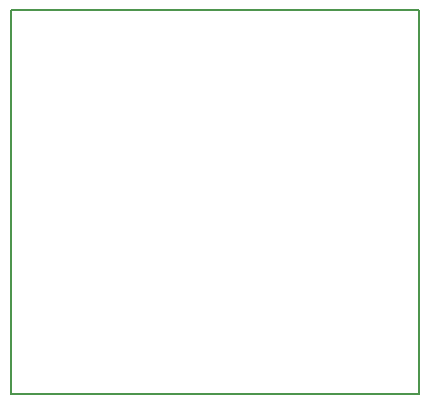
<source format=gbr>
%TF.GenerationSoftware,KiCad,Pcbnew,8.0.2-8.0.2-0~ubuntu24.04.1*%
%TF.CreationDate,2024-05-05T00:33:56+09:00*%
%TF.ProjectId,development_hat,64657665-6c6f-4706-9d65-6e745f686174,rev?*%
%TF.SameCoordinates,Original*%
%TF.FileFunction,Profile,NP*%
%FSLAX46Y46*%
G04 Gerber Fmt 4.6, Leading zero omitted, Abs format (unit mm)*
G04 Created by KiCad (PCBNEW 8.0.2-8.0.2-0~ubuntu24.04.1) date 2024-05-05 00:33:56*
%MOMM*%
%LPD*%
G01*
G04 APERTURE LIST*
%TA.AperFunction,Profile*%
%ADD10C,0.200000*%
%TD*%
G04 APERTURE END LIST*
D10*
X36068000Y-84328000D02*
X70612000Y-84328000D01*
X70612000Y-116840000D01*
X36068000Y-116840000D01*
X36068000Y-84328000D01*
M02*

</source>
